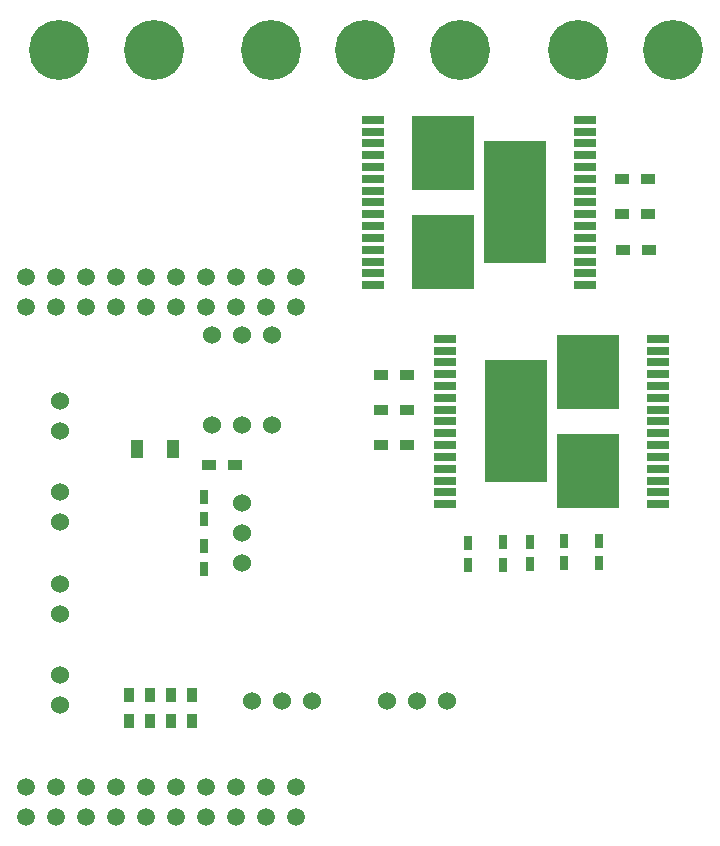
<source format=gbr>
G04 #@! TF.FileFunction,Soldermask,Top*
%FSLAX46Y46*%
G04 Gerber Fmt 4.6, Leading zero omitted, Abs format (unit mm)*
G04 Created by KiCad (PCBNEW 4.0.7) date 08/13/18 10:29:34*
%MOMM*%
%LPD*%
G01*
G04 APERTURE LIST*
%ADD10C,0.100000*%
%ADD11C,1.520000*%
%ADD12C,1.524000*%
%ADD13R,0.750000X1.200000*%
%ADD14R,1.854200X0.635000*%
%ADD15R,5.257800X6.223000*%
%ADD16R,5.257800X10.312400*%
%ADD17C,5.080000*%
%ADD18R,1.200000X0.900000*%
%ADD19R,0.900000X1.200000*%
%ADD20R,1.000000X1.600000*%
G04 APERTURE END LIST*
D10*
D11*
X119278400Y-204774800D03*
X121818400Y-204774800D03*
X124358400Y-204774800D03*
X126898400Y-204774800D03*
X129438400Y-204774800D03*
X131978400Y-204774800D03*
X134518400Y-204774800D03*
X137058400Y-204774800D03*
X139598400Y-204774800D03*
X142138400Y-204774800D03*
X119278400Y-207314800D03*
X121818400Y-207314800D03*
X124358400Y-207314800D03*
X126898400Y-207314800D03*
X129438400Y-207314800D03*
X131978400Y-207314800D03*
X134518400Y-207314800D03*
X137058400Y-207314800D03*
X139598400Y-207314800D03*
X142138400Y-207314800D03*
X119278400Y-164134800D03*
X121818400Y-164134800D03*
X124358400Y-164134800D03*
X126898400Y-164134800D03*
X129438400Y-164134800D03*
X131978400Y-164134800D03*
X134518400Y-164134800D03*
X137058400Y-164134800D03*
X139598400Y-164134800D03*
X142138400Y-164134800D03*
X119278400Y-161594800D03*
X121818400Y-161594800D03*
X124358400Y-161594800D03*
X126898400Y-161594800D03*
X129438400Y-161594800D03*
X131978400Y-161594800D03*
X134518400Y-161594800D03*
X137058400Y-161594800D03*
X139598400Y-161594800D03*
X142138400Y-161594800D03*
D12*
X149860000Y-197485000D03*
X152400000Y-197485000D03*
X154940000Y-197485000D03*
X137541000Y-185801000D03*
X137541000Y-183261000D03*
X137541000Y-180721000D03*
X122174000Y-182372000D03*
X122174000Y-179832000D03*
D13*
X161950400Y-184012800D03*
X161950400Y-185912800D03*
D14*
X166636700Y-162295599D03*
X166636700Y-161295601D03*
X166636700Y-160295600D03*
X166636700Y-159295600D03*
X166636700Y-158295599D03*
X166636700Y-157295601D03*
X166636700Y-156295601D03*
X166636700Y-155295600D03*
X166636700Y-154295599D03*
X166636700Y-153295599D03*
X166636700Y-152295601D03*
X166636700Y-151295600D03*
X166636700Y-150295600D03*
X166636700Y-149295599D03*
X166636700Y-148295599D03*
X148628100Y-148295601D03*
X148628100Y-149295599D03*
X148628100Y-150295600D03*
X148628100Y-151295600D03*
X148628100Y-152295601D03*
X148628100Y-153295599D03*
X148628100Y-154295599D03*
X148628100Y-155295600D03*
X148628100Y-156295601D03*
X148628100Y-157295601D03*
X148628100Y-158295599D03*
X148628100Y-159295600D03*
X148628100Y-160295600D03*
X148628100Y-161295601D03*
X148628100Y-162295601D03*
D15*
X154584400Y-159461200D03*
D16*
X160680400Y-155295600D03*
D15*
X154584400Y-151130000D03*
D17*
X139980400Y-142367000D03*
X147979400Y-142367000D03*
X155980400Y-142367000D03*
X122071400Y-142367000D03*
X130072400Y-142367000D03*
X166013400Y-142367000D03*
X174014400Y-142367000D03*
D18*
X169799000Y-159321500D03*
X171999000Y-159321500D03*
X169758000Y-156273500D03*
X171958000Y-156273500D03*
X169758000Y-153289000D03*
X171958000Y-153289000D03*
X151518800Y-169875200D03*
X149318800Y-169875200D03*
X151518800Y-172872400D03*
X149318800Y-172872400D03*
X151518800Y-175818800D03*
X149318800Y-175818800D03*
D12*
X135001000Y-166497000D03*
X135001000Y-174117000D03*
X137541000Y-166497000D03*
X137541000Y-174117000D03*
X140081000Y-166497000D03*
X140081000Y-174117000D03*
D14*
X154774900Y-166837601D03*
X154774900Y-167837599D03*
X154774900Y-168837600D03*
X154774900Y-169837600D03*
X154774900Y-170837601D03*
X154774900Y-171837599D03*
X154774900Y-172837599D03*
X154774900Y-173837600D03*
X154774900Y-174837601D03*
X154774900Y-175837601D03*
X154774900Y-176837599D03*
X154774900Y-177837600D03*
X154774900Y-178837600D03*
X154774900Y-179837601D03*
X154774900Y-180837601D03*
X172783500Y-180837599D03*
X172783500Y-179837601D03*
X172783500Y-178837600D03*
X172783500Y-177837600D03*
X172783500Y-176837599D03*
X172783500Y-175837601D03*
X172783500Y-174837601D03*
X172783500Y-173837600D03*
X172783500Y-172837599D03*
X172783500Y-171837599D03*
X172783500Y-170837601D03*
X172783500Y-169837600D03*
X172783500Y-168837600D03*
X172783500Y-167837599D03*
X172783500Y-166837599D03*
D15*
X166827200Y-169672000D03*
D16*
X160731200Y-173837600D03*
D15*
X166827200Y-178003200D03*
D13*
X134366000Y-186304000D03*
X134366000Y-184404000D03*
X134366000Y-180218000D03*
X134366000Y-182118000D03*
D19*
X133350000Y-197020000D03*
X133350000Y-199220000D03*
X131572000Y-197020000D03*
X131572000Y-199220000D03*
X129794000Y-197020000D03*
X129794000Y-199220000D03*
X128016000Y-197020000D03*
X128016000Y-199220000D03*
D12*
X122174000Y-174625000D03*
X122174000Y-172085000D03*
X122174000Y-190119000D03*
X122174000Y-187579000D03*
X122174000Y-197866000D03*
X122174000Y-195326000D03*
D13*
X164846000Y-183962000D03*
X164846000Y-185862000D03*
X159664400Y-184063600D03*
X159664400Y-185963600D03*
X156718000Y-184089000D03*
X156718000Y-185989000D03*
X167767000Y-183962000D03*
X167767000Y-185862000D03*
D12*
X138430000Y-197485000D03*
X140970000Y-197485000D03*
X143510000Y-197485000D03*
D20*
X128675000Y-176149000D03*
X131675000Y-176149000D03*
D18*
X134747000Y-177546000D03*
X136947000Y-177546000D03*
M02*

</source>
